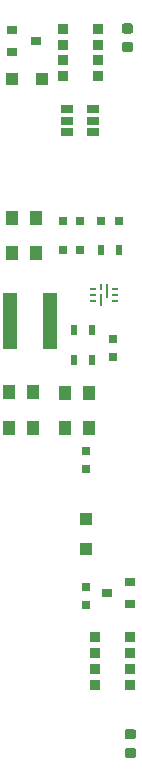
<source format=gbr>
%TF.GenerationSoftware,KiCad,Pcbnew,(5.1.6-0)*%
%TF.CreationDate,2022-04-30T15:33:10-07:00*%
%TF.ProjectId,jetson-nano-ppoe,6a657473-6f6e-42d6-9e61-6e6f2d70706f,rev?*%
%TF.SameCoordinates,PX8b3c880PY8583b00*%
%TF.FileFunction,Paste,Top*%
%TF.FilePolarity,Positive*%
%FSLAX46Y46*%
G04 Gerber Fmt 4.6, Leading zero omitted, Abs format (unit mm)*
G04 Created by KiCad (PCBNEW (5.1.6-0)) date 2022-04-30 15:33:10*
%MOMM*%
%LPD*%
G01*
G04 APERTURE LIST*
%ADD10R,0.550000X0.250000*%
%ADD11R,0.250000X1.000000*%
%ADD12R,0.250000X1.300000*%
%ADD13R,0.250000X0.550000*%
%ADD14R,1.000000X1.250000*%
%ADD15R,0.750000X0.800000*%
%ADD16R,0.800000X0.750000*%
%ADD17R,1.200000X4.700000*%
%ADD18R,0.500000X0.900000*%
%ADD19R,1.000000X1.000000*%
%ADD20R,1.060000X0.650000*%
%ADD21R,0.900000X0.900000*%
%ADD22R,0.900000X0.800000*%
G04 APERTURE END LIST*
D10*
%TO.C,IC1*%
X8575000Y47750000D03*
X8575000Y47250000D03*
X8575000Y46750000D03*
D11*
X9250000Y46800000D03*
D10*
X10425000Y46750000D03*
X10425000Y47250000D03*
X10425000Y47750000D03*
D12*
X9750000Y47550000D03*
D13*
X9250000Y47925000D03*
%TD*%
D14*
%TO.C,C1*%
X8230000Y36000000D03*
X6230000Y36000000D03*
%TD*%
%TO.C,C2*%
X6230000Y38920000D03*
X8230000Y38920000D03*
%TD*%
D15*
%TO.C,C3*%
X8000000Y32500000D03*
X8000000Y34000000D03*
%TD*%
D16*
%TO.C,C4*%
X6000000Y51000000D03*
X7500000Y51000000D03*
%TD*%
%TO.C,C5*%
X7500000Y53500000D03*
X6000000Y53500000D03*
%TD*%
%TO.C,C6*%
X10750000Y53500000D03*
X9250000Y53500000D03*
%TD*%
D15*
%TO.C,C7*%
X10250000Y42000000D03*
X10250000Y43500000D03*
%TD*%
D14*
%TO.C,C8*%
X3750000Y53750000D03*
X1750000Y53750000D03*
%TD*%
%TO.C,C9*%
X3750000Y50750000D03*
X1750000Y50750000D03*
%TD*%
%TO.C,C10*%
X1500000Y39000000D03*
X3500000Y39000000D03*
%TD*%
%TO.C,C11*%
X1500000Y36000000D03*
X3500000Y36000000D03*
%TD*%
D15*
%TO.C,C12*%
X8000000Y21000000D03*
X8000000Y22500000D03*
%TD*%
D17*
%TO.C,L1*%
X1595000Y45000000D03*
X4905000Y45000000D03*
%TD*%
D18*
%TO.C,R3*%
X9250000Y51000000D03*
X10750000Y51000000D03*
%TD*%
%TO.C,R4*%
X8500000Y44250000D03*
X7000000Y44250000D03*
%TD*%
%TO.C,R5*%
X7000000Y41750000D03*
X8500000Y41750000D03*
%TD*%
%TO.C,D1*%
G36*
G01*
X12006250Y8025000D02*
X11493750Y8025000D01*
G75*
G02*
X11275000Y8243750I0J218750D01*
G01*
X11275000Y8681250D01*
G75*
G02*
X11493750Y8900000I218750J0D01*
G01*
X12006250Y8900000D01*
G75*
G02*
X12225000Y8681250I0J-218750D01*
G01*
X12225000Y8243750D01*
G75*
G02*
X12006250Y8025000I-218750J0D01*
G01*
G37*
G36*
G01*
X12006250Y9600000D02*
X11493750Y9600000D01*
G75*
G02*
X11275000Y9818750I0J218750D01*
G01*
X11275000Y10256250D01*
G75*
G02*
X11493750Y10475000I218750J0D01*
G01*
X12006250Y10475000D01*
G75*
G02*
X12225000Y10256250I0J-218750D01*
G01*
X12225000Y9818750D01*
G75*
G02*
X12006250Y9600000I-218750J0D01*
G01*
G37*
%TD*%
%TO.C,D2*%
G36*
G01*
X11243750Y68650000D02*
X11756250Y68650000D01*
G75*
G02*
X11975000Y68431250I0J-218750D01*
G01*
X11975000Y67993750D01*
G75*
G02*
X11756250Y67775000I-218750J0D01*
G01*
X11243750Y67775000D01*
G75*
G02*
X11025000Y67993750I0J218750D01*
G01*
X11025000Y68431250D01*
G75*
G02*
X11243750Y68650000I218750J0D01*
G01*
G37*
G36*
G01*
X11243750Y70225000D02*
X11756250Y70225000D01*
G75*
G02*
X11975000Y70006250I0J-218750D01*
G01*
X11975000Y69568750D01*
G75*
G02*
X11756250Y69350000I-218750J0D01*
G01*
X11243750Y69350000D01*
G75*
G02*
X11025000Y69568750I0J218750D01*
G01*
X11025000Y70006250D01*
G75*
G02*
X11243750Y70225000I218750J0D01*
G01*
G37*
%TD*%
D19*
%TO.C,D3*%
X8000000Y28250000D03*
X8000000Y25750000D03*
%TD*%
%TO.C,D4*%
X1750000Y65500000D03*
X4250000Y65500000D03*
%TD*%
D20*
%TO.C,Q4*%
X8600000Y61050000D03*
X8600000Y62000000D03*
X8600000Y62950000D03*
X6400000Y62950000D03*
X6400000Y61050000D03*
X6400000Y62000000D03*
%TD*%
D21*
%TO.C,RN1*%
X11750000Y15590000D03*
X11750000Y14250000D03*
X11750000Y18250000D03*
X11750000Y16910000D03*
X8750000Y15590000D03*
X8750000Y16910000D03*
X8750000Y14250000D03*
X8750000Y18250000D03*
%TD*%
%TO.C,RN2*%
X6000000Y69750000D03*
X6000000Y65750000D03*
X6000000Y68410000D03*
X6000000Y67090000D03*
X9000000Y68410000D03*
X9000000Y69750000D03*
X9000000Y65750000D03*
X9000000Y67090000D03*
%TD*%
D22*
%TO.C,Q1*%
X11750000Y21050000D03*
X11750000Y22950000D03*
X9750000Y22000000D03*
%TD*%
%TO.C,Q2*%
X3750000Y68750000D03*
X1750000Y67800000D03*
X1750000Y69700000D03*
%TD*%
M02*

</source>
